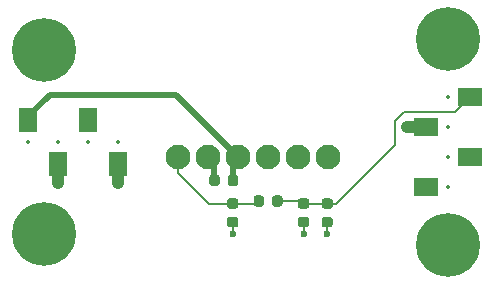
<source format=gtl>
G04 #@! TF.GenerationSoftware,KiCad,Pcbnew,(5.1.9-16-g1737927814)-1*
G04 #@! TF.CreationDate,2021-04-01T12:19:28-04:00*
G04 #@! TF.ProjectId,pressure_mpx5700ap_gp,70726573-7375-4726-955f-6d7078353730,1*
G04 #@! TF.SameCoordinates,Original*
G04 #@! TF.FileFunction,Copper,L1,Top*
G04 #@! TF.FilePolarity,Positive*
%FSLAX45Y45*%
G04 Gerber Fmt 4.5, Leading zero omitted, Abs format (unit mm)*
G04 Created by KiCad (PCBNEW (5.1.9-16-g1737927814)-1) date 2021-04-01 12:19:28*
%MOMM*%
%LPD*%
G01*
G04 APERTURE LIST*
G04 #@! TA.AperFunction,SMDPad,CuDef*
%ADD10R,1.500000X2.100000*%
G04 #@! TD*
G04 #@! TA.AperFunction,SMDPad,CuDef*
%ADD11R,2.100000X1.500000*%
G04 #@! TD*
G04 #@! TA.AperFunction,ComponentPad*
%ADD12C,2.100000*%
G04 #@! TD*
G04 #@! TA.AperFunction,ComponentPad*
%ADD13C,5.400000*%
G04 #@! TD*
G04 #@! TA.AperFunction,ComponentPad*
%ADD14C,0.800000*%
G04 #@! TD*
G04 #@! TA.AperFunction,ViaPad*
%ADD15C,0.600000*%
G04 #@! TD*
G04 #@! TA.AperFunction,Conductor*
%ADD16C,0.500000*%
G04 #@! TD*
G04 #@! TA.AperFunction,Conductor*
%ADD17C,1.000000*%
G04 #@! TD*
G04 #@! TA.AperFunction,Conductor*
%ADD18C,0.200000*%
G04 #@! TD*
%ADD19C,0.300000*%
%ADD20C,0.350000*%
G04 APERTURE END LIST*
D10*
X219000Y-1065000D03*
X727000Y-1065000D03*
X473000Y-1435000D03*
X981000Y-1435000D03*
D11*
X3960000Y-869000D03*
X3960000Y-1377000D03*
X3590000Y-1123000D03*
X3590000Y-1631000D03*
D12*
X2760000Y-1375000D03*
X2506000Y-1375000D03*
X2252000Y-1375000D03*
X1998000Y-1375000D03*
X1744000Y-1375000D03*
X1490000Y-1375000D03*
D13*
X3775000Y-2125000D03*
D14*
X3977500Y-2125000D03*
X3918189Y-2268189D03*
X3775000Y-2327500D03*
X3631811Y-2268189D03*
X3572500Y-2125000D03*
X3631811Y-1981811D03*
X3775000Y-1922500D03*
X3918189Y-1981811D03*
D13*
X3775000Y-375000D03*
D14*
X3977500Y-375000D03*
X3918189Y-518189D03*
X3775000Y-577500D03*
X3631811Y-518189D03*
X3572500Y-375000D03*
X3631811Y-231811D03*
X3775000Y-172500D03*
X3918189Y-231811D03*
D13*
X350000Y-2025000D03*
D14*
X552500Y-2025000D03*
X493189Y-2168189D03*
X350000Y-2227500D03*
X206811Y-2168189D03*
X147500Y-2025000D03*
X206811Y-1881811D03*
X350000Y-1822500D03*
X493189Y-1881811D03*
D13*
X350000Y-475000D03*
D14*
X552500Y-475000D03*
X493189Y-618189D03*
X350000Y-677500D03*
X206811Y-618189D03*
X147500Y-475000D03*
X206811Y-331811D03*
X350000Y-272500D03*
X493189Y-331811D03*
G04 #@! TA.AperFunction,SMDPad,CuDef*
G36*
G01*
X2575625Y-1815000D02*
X2524375Y-1815000D01*
G75*
G02*
X2502500Y-1793125I0J21875D01*
G01*
X2502500Y-1749375D01*
G75*
G02*
X2524375Y-1727500I21875J0D01*
G01*
X2575625Y-1727500D01*
G75*
G02*
X2597500Y-1749375I0J-21875D01*
G01*
X2597500Y-1793125D01*
G75*
G02*
X2575625Y-1815000I-21875J0D01*
G01*
G37*
G04 #@! TD.AperFunction*
G04 #@! TA.AperFunction,SMDPad,CuDef*
G36*
G01*
X2575625Y-1972500D02*
X2524375Y-1972500D01*
G75*
G02*
X2502500Y-1950625I0J21875D01*
G01*
X2502500Y-1906875D01*
G75*
G02*
X2524375Y-1885000I21875J0D01*
G01*
X2575625Y-1885000D01*
G75*
G02*
X2597500Y-1906875I0J-21875D01*
G01*
X2597500Y-1950625D01*
G75*
G02*
X2575625Y-1972500I-21875J0D01*
G01*
G37*
G04 #@! TD.AperFunction*
G04 #@! TA.AperFunction,SMDPad,CuDef*
G36*
G01*
X2215000Y-1724375D02*
X2215000Y-1775625D01*
G75*
G02*
X2193125Y-1797500I-21875J0D01*
G01*
X2149375Y-1797500D01*
G75*
G02*
X2127500Y-1775625I0J21875D01*
G01*
X2127500Y-1724375D01*
G75*
G02*
X2149375Y-1702500I21875J0D01*
G01*
X2193125Y-1702500D01*
G75*
G02*
X2215000Y-1724375I0J-21875D01*
G01*
G37*
G04 #@! TD.AperFunction*
G04 #@! TA.AperFunction,SMDPad,CuDef*
G36*
G01*
X2372500Y-1724375D02*
X2372500Y-1775625D01*
G75*
G02*
X2350625Y-1797500I-21875J0D01*
G01*
X2306875Y-1797500D01*
G75*
G02*
X2285000Y-1775625I0J21875D01*
G01*
X2285000Y-1724375D01*
G75*
G02*
X2306875Y-1702500I21875J0D01*
G01*
X2350625Y-1702500D01*
G75*
G02*
X2372500Y-1724375I0J-21875D01*
G01*
G37*
G04 #@! TD.AperFunction*
G04 #@! TA.AperFunction,SMDPad,CuDef*
G36*
G01*
X2775625Y-1815000D02*
X2724375Y-1815000D01*
G75*
G02*
X2702500Y-1793125I0J21875D01*
G01*
X2702500Y-1749375D01*
G75*
G02*
X2724375Y-1727500I21875J0D01*
G01*
X2775625Y-1727500D01*
G75*
G02*
X2797500Y-1749375I0J-21875D01*
G01*
X2797500Y-1793125D01*
G75*
G02*
X2775625Y-1815000I-21875J0D01*
G01*
G37*
G04 #@! TD.AperFunction*
G04 #@! TA.AperFunction,SMDPad,CuDef*
G36*
G01*
X2775625Y-1972500D02*
X2724375Y-1972500D01*
G75*
G02*
X2702500Y-1950625I0J21875D01*
G01*
X2702500Y-1906875D01*
G75*
G02*
X2724375Y-1885000I21875J0D01*
G01*
X2775625Y-1885000D01*
G75*
G02*
X2797500Y-1906875I0J-21875D01*
G01*
X2797500Y-1950625D01*
G75*
G02*
X2775625Y-1972500I-21875J0D01*
G01*
G37*
G04 #@! TD.AperFunction*
G04 #@! TA.AperFunction,SMDPad,CuDef*
G36*
G01*
X1975625Y-1815000D02*
X1924375Y-1815000D01*
G75*
G02*
X1902500Y-1793125I0J21875D01*
G01*
X1902500Y-1749375D01*
G75*
G02*
X1924375Y-1727500I21875J0D01*
G01*
X1975625Y-1727500D01*
G75*
G02*
X1997500Y-1749375I0J-21875D01*
G01*
X1997500Y-1793125D01*
G75*
G02*
X1975625Y-1815000I-21875J0D01*
G01*
G37*
G04 #@! TD.AperFunction*
G04 #@! TA.AperFunction,SMDPad,CuDef*
G36*
G01*
X1975625Y-1972500D02*
X1924375Y-1972500D01*
G75*
G02*
X1902500Y-1950625I0J21875D01*
G01*
X1902500Y-1906875D01*
G75*
G02*
X1924375Y-1885000I21875J0D01*
G01*
X1975625Y-1885000D01*
G75*
G02*
X1997500Y-1906875I0J-21875D01*
G01*
X1997500Y-1950625D01*
G75*
G02*
X1975625Y-1972500I-21875J0D01*
G01*
G37*
G04 #@! TD.AperFunction*
G04 #@! TA.AperFunction,SMDPad,CuDef*
G36*
G01*
X1910000Y-1600625D02*
X1910000Y-1549375D01*
G75*
G02*
X1931875Y-1527500I21875J0D01*
G01*
X1975625Y-1527500D01*
G75*
G02*
X1997500Y-1549375I0J-21875D01*
G01*
X1997500Y-1600625D01*
G75*
G02*
X1975625Y-1622500I-21875J0D01*
G01*
X1931875Y-1622500D01*
G75*
G02*
X1910000Y-1600625I0J21875D01*
G01*
G37*
G04 #@! TD.AperFunction*
G04 #@! TA.AperFunction,SMDPad,CuDef*
G36*
G01*
X1752500Y-1600625D02*
X1752500Y-1549375D01*
G75*
G02*
X1774375Y-1527500I21875J0D01*
G01*
X1818125Y-1527500D01*
G75*
G02*
X1840000Y-1549375I0J-21875D01*
G01*
X1840000Y-1600625D01*
G75*
G02*
X1818125Y-1622500I-21875J0D01*
G01*
X1774375Y-1622500D01*
G75*
G02*
X1752500Y-1600625I0J21875D01*
G01*
G37*
G04 #@! TD.AperFunction*
D15*
X473000Y-1598000D03*
X981000Y-1594000D03*
X3427000Y-1123000D03*
X1950000Y-2025000D03*
X2550000Y-2025000D03*
X2750000Y-2025000D03*
D16*
X219000Y-1065000D02*
X219000Y-1031000D01*
X219000Y-1031000D02*
X400000Y-850000D01*
X400000Y-850000D02*
X800000Y-850000D01*
X1953750Y-1419250D02*
X1998000Y-1375000D01*
X1953750Y-1575000D02*
X1953750Y-1419250D01*
X1473000Y-850000D02*
X1998000Y-1375000D01*
X800000Y-850000D02*
X1473000Y-850000D01*
D17*
X473000Y-1435000D02*
X473000Y-1598000D01*
X981000Y-1435000D02*
X981000Y-1594000D01*
X3590000Y-1123000D02*
X3427000Y-1123000D01*
D18*
X1950000Y-1928750D02*
X1950000Y-2025000D01*
X2550000Y-1928750D02*
X2550000Y-2025000D01*
X2750000Y-1928750D02*
X2750000Y-2025000D01*
D16*
X1796250Y-1427250D02*
X1744000Y-1375000D01*
X1796250Y-1575000D02*
X1796250Y-1427250D01*
D18*
X2150000Y-1771250D02*
X2171250Y-1750000D01*
X1950000Y-1771250D02*
X2150000Y-1771250D01*
X1950000Y-1771250D02*
X1746250Y-1771250D01*
X1490000Y-1515000D02*
X1490000Y-1375000D01*
X1746250Y-1771250D02*
X1490000Y-1515000D01*
X2528750Y-1750000D02*
X2550000Y-1771250D01*
X2328750Y-1750000D02*
X2528750Y-1750000D01*
X2550000Y-1771250D02*
X2750000Y-1771250D01*
X3829000Y-1000000D02*
X3960000Y-869000D01*
X3400000Y-1000000D02*
X3829000Y-1000000D01*
X3325000Y-1075000D02*
X3400000Y-1000000D01*
X3325000Y-1275000D02*
X3325000Y-1075000D01*
X2828750Y-1771250D02*
X3325000Y-1275000D01*
X2750000Y-1771250D02*
X2828750Y-1771250D01*
D19*
X473000Y-1598000D03*
X981000Y-1594000D03*
X3427000Y-1123000D03*
X1950000Y-2025000D03*
X2550000Y-2025000D03*
X2750000Y-2025000D03*
D20*
X727000Y-1250000D03*
X473000Y-1250000D03*
X219000Y-1250000D03*
X981000Y-1250000D03*
X3775000Y-1377000D03*
X3775000Y-1123000D03*
X3775000Y-869000D03*
X3775000Y-1631000D03*
X2760000Y-1375000D03*
X2506000Y-1375000D03*
X2252000Y-1375000D03*
X1998000Y-1375000D03*
X1744000Y-1375000D03*
X1490000Y-1375000D03*
X3775000Y-2125000D03*
X3977500Y-2125000D03*
X3918189Y-2268189D03*
X3775000Y-2327500D03*
X3631811Y-2268189D03*
X3572500Y-2125000D03*
X3631811Y-1981811D03*
X3775000Y-1922500D03*
X3918189Y-1981811D03*
X3775000Y-375000D03*
X3977500Y-375000D03*
X3918189Y-518189D03*
X3775000Y-577500D03*
X3631811Y-518189D03*
X3572500Y-375000D03*
X3631811Y-231811D03*
X3775000Y-172500D03*
X3918189Y-231811D03*
X350000Y-2025000D03*
X552500Y-2025000D03*
X493189Y-2168189D03*
X350000Y-2227500D03*
X206811Y-2168189D03*
X147500Y-2025000D03*
X206811Y-1881811D03*
X350000Y-1822500D03*
X493189Y-1881811D03*
X350000Y-475000D03*
X552500Y-475000D03*
X493189Y-618189D03*
X350000Y-677500D03*
X206811Y-618189D03*
X147500Y-475000D03*
X206811Y-331811D03*
X350000Y-272500D03*
X493189Y-331811D03*
M02*

</source>
